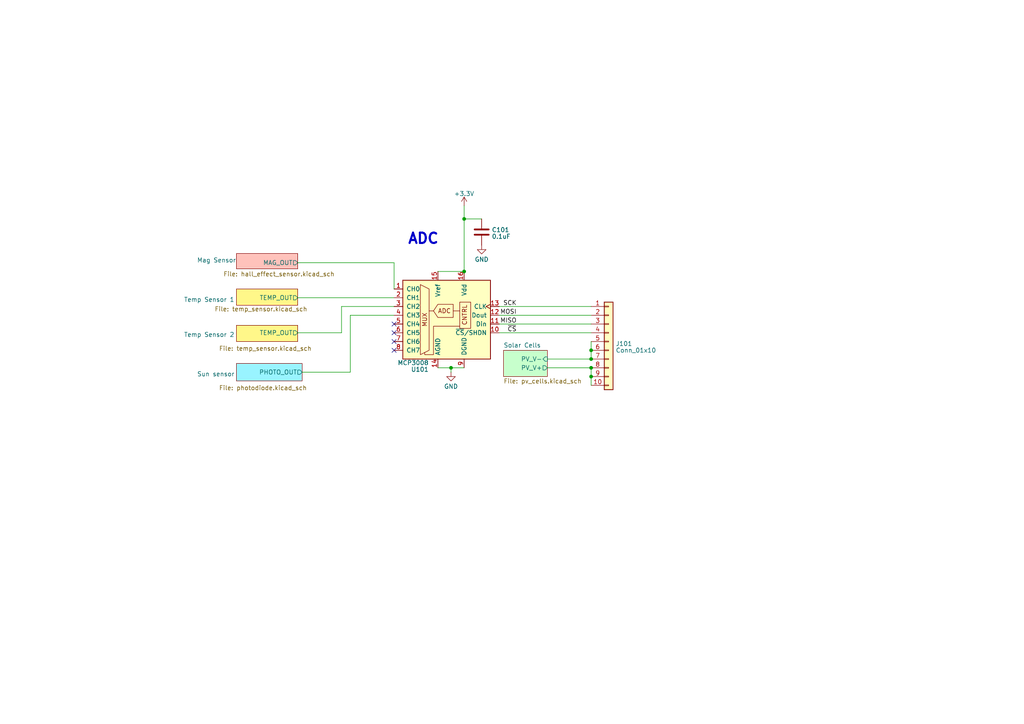
<source format=kicad_sch>
(kicad_sch (version 20230121) (generator eeschema)
  (paper "A4")
  (lib_symbols
    (symbol "Analog_ADC:MCP3008" (pin_names (offset 1.016))
      (property "Reference" "U" (at -5.08 13.335 0))
      (property "Value" "MCP3008" (at -5.08 11.43 0))
      (symbol "MCP3008_0_0"
        (text "ADC" (at -0.635 1.27 0) (effects (font (size 1.27 1.27))))
        (text "CNTRL" (at 5.969 -2.921 900) (effects (font (size 1.27 1.27)) (justify left bottom)))
        (text "MUX" (at -6.35 -1.27 900) (effects (font (size 1.27 1.27))))
      )
      (symbol "MCP3008_0_1"
        (polyline (pts (xy -3.81 1.27) (xy -5.08 1.27)))
        (polyline (pts (xy 1.905 1.27) (xy 3.81 1.27)))
        (polyline (pts (xy -7.62 8.89) (xy -7.62 -11.43) (xy -5.08 -10.16) (xy -5.08 7.62) (xy -7.62 8.89)))
        (polyline (pts (xy 3.81 -3.175) (xy -3.81 -3.175) (xy -3.81 -11.43) (xy -6.35 -11.43) (xy -6.35 -10.795)))
        (polyline (pts (xy 1.905 3.175) (xy 1.905 -0.635) (xy -2.54 -0.635) (xy -3.81 1.27) (xy -2.54 3.175) (xy 1.905 3.175)))
        (rectangle (start 3.81 -3.81) (end 6.985 3.81))
        (rectangle (start 12.7 -12.7) (end -12.7 10.16) (stroke (width 0.254)) (fill (type background)))
      )
      (symbol "MCP3008_1_1"
        (pin input line (at -15.24 7.62 0) (length 2.54) (name "CH0") (number "1"))
        (pin input line (at 15.24 -5.08 180) (length 2.54) (name "~{CS}/SHDN") (number "10"))
        (pin input line (at 15.24 -2.54 180) (length 2.54) (name "Din") (number "11"))
        (pin output line (at 15.24 0 180) (length 2.54) (name "Dout") (number "12"))
        (pin input clock (at 15.24 2.54 180) (length 2.54) (name "CLK") (number "13"))
        (pin power_in line (at -2.54 -15.24 90) (length 2.54) (name "AGND") (number "14"))
        (pin power_in line (at -2.54 12.7 270) (length 2.54) (name "Vref") (number "15"))
        (pin power_in line (at 5.08 12.7 270) (length 2.54) (name "Vdd") (number "16"))
        (pin input line (at -15.24 5.08 0) (length 2.54) (name "CH1") (number "2"))
        (pin input line (at -15.24 2.54 0) (length 2.54) (name "CH2") (number "3"))
        (pin input line (at -15.24 0 0) (length 2.54) (name "CH3") (number "4"))
        (pin input line (at -15.24 -2.54 0) (length 2.54) (name "CH4") (number "5"))
        (pin input line (at -15.24 -5.08 0) (length 2.54) (name "CH5") (number "6"))
        (pin input line (at -15.24 -7.62 0) (length 2.54) (name "CH6") (number "7"))
        (pin input line (at -15.24 -10.16 0) (length 2.54) (name "CH7") (number "8"))
        (pin power_in line (at 5.08 -15.24 90) (length 2.54) (name "DGND") (number "9"))
      )
    )
    (symbol "Connector_Generic:Conn_01x10" (pin_names (offset 1.016) hide)
      (property "Reference" "J" (at 0 12.7 0))
      (property "Value" "Conn_01x10" (at 0 -15.24 0))
      (symbol "Conn_01x10_1_1"
        (rectangle (start -1.27 -12.573) (end 0 -12.827) (stroke (width 0.1524)))
        (rectangle (start -1.27 -10.033) (end 0 -10.287) (stroke (width 0.1524)))
        (rectangle (start -1.27 -7.493) (end 0 -7.747) (stroke (width 0.1524)))
        (rectangle (start -1.27 -4.953) (end 0 -5.207) (stroke (width 0.1524)))
        (rectangle (start -1.27 -2.413) (end 0 -2.667) (stroke (width 0.1524)))
        (rectangle (start -1.27 0.127) (end 0 -0.127) (stroke (width 0.1524)))
        (rectangle (start -1.27 2.667) (end 0 2.413) (stroke (width 0.1524)))
        (rectangle (start -1.27 5.207) (end 0 4.953) (stroke (width 0.1524)))
        (rectangle (start -1.27 7.747) (end 0 7.493) (stroke (width 0.1524)))
        (rectangle (start -1.27 10.287) (end 0 10.033) (stroke (width 0.1524)))
        (rectangle (start -1.27 11.43) (end 1.27 -13.97) (stroke (width 0.254)) (fill (type background)))
        (pin passive line (at -5.08 10.16 0) (length 3.81) (name "Pin_1") (number "1"))
        (pin passive line (at -5.08 -12.7 0) (length 3.81) (name "Pin_10") (number "10"))
        (pin passive line (at -5.08 7.62 0) (length 3.81) (name "Pin_2") (number "2"))
        (pin passive line (at -5.08 5.08 0) (length 3.81) (name "Pin_3") (number "3"))
        (pin passive line (at -5.08 2.54 0) (length 3.81) (name "Pin_4") (number "4"))
        (pin passive line (at -5.08 0 0) (length 3.81) (name "Pin_5") (number "5"))
        (pin passive line (at -5.08 -2.54 0) (length 3.81) (name "Pin_6") (number "6"))
        (pin passive line (at -5.08 -5.08 0) (length 3.81) (name "Pin_7") (number "7"))
        (pin passive line (at -5.08 -7.62 0) (length 3.81) (name "Pin_8") (number "8"))
        (pin passive line (at -5.08 -10.16 0) (length 3.81) (name "Pin_9") (number "9"))
      )
    )
    (symbol "Device:C" (pin_numbers hide) (pin_names (offset 0.254))
      (property "Reference" "C" (at 0.635 2.54 0))
      (property "Value" "C" (at 0.635 -2.54 0))
      (symbol "C_0_1"
        (polyline (pts (xy -2.032 -0.762) (xy 2.032 -0.762)) (stroke (width 0.508)))
        (polyline (pts (xy -2.032 0.762) (xy 2.032 0.762)) (stroke (width 0.508)))
      )
      (symbol "C_1_1"
        (pin passive line (at 0 3.81 270) (length 2.794) (name "~") (number "1"))
        (pin passive line (at 0 -3.81 90) (length 2.794) (name "~") (number "2"))
      )
    )
    (symbol "power:+3.3V" (power) (pin_names (offset 0))
      (property "Value" "+3.3V" (at 0 3.556 0))
      (symbol "+3.3V_0_1"
        (polyline (pts (xy -0.762 1.27) (xy 0 2.54)))
        (polyline (pts (xy 0 0) (xy 0 2.54)))
        (polyline (pts (xy 0 2.54) (xy 0.762 1.27)))
      )
      (symbol "+3.3V_1_1"
        (pin power_in line (at 0 0 90) (length 0) hide (name "+3.3V") (number "1"))
      )
    )
    (symbol "power:GND" (power) (pin_names (offset 0))
      (property "Value" "GND" (at 0 -3.81 0))
      (symbol "GND_0_1"
        (polyline (pts (xy 0 0) (xy 0 -1.27) (xy 1.27 -1.27) (xy 0 -2.54) (xy -1.27 -1.27) (xy 0 -1.27)))
      )
      (symbol "GND_1_1"
        (pin power_in line (at 0 0 270) (length 0) hide (name "GND") (number "1"))
      )
    )
  )
  (junction (at 171.45 104.14))
  (junction (at 134.62 78.74))
  (junction (at 171.45 106.68))
  (junction (at 130.81 106.68))
  (junction (at 171.45 109.22))
  (junction (at 171.45 101.6))
  (junction (at 134.62 63.5))
  (no_connect (at 114.3 101.6))
  (no_connect (at 114.3 96.52))
  (no_connect (at 114.3 99.06))
  (no_connect (at 114.3 93.98))
  (wire (pts (xy 171.45 106.68) (xy 171.45 109.22)))
  (wire (pts (xy 144.78 96.52) (xy 171.45 96.52)))
  (wire (pts (xy 114.3 91.44) (xy 101.6 91.44)))
  (wire (pts (xy 86.36 86.36) (xy 114.3 86.36)))
  (wire (pts (xy 144.78 88.9) (xy 171.45 88.9)))
  (wire (pts (xy 158.75 104.14) (xy 171.45 104.14)))
  (wire (pts (xy 130.81 106.68) (xy 134.62 106.68)))
  (wire (pts (xy 114.3 76.2) (xy 114.3 83.82)))
  (wire (pts (xy 134.62 59.69) (xy 134.62 63.5)))
  (wire (pts (xy 86.36 96.52) (xy 99.06 96.52)))
  (wire (pts (xy 171.45 109.22) (xy 171.45 111.76)))
  (wire (pts (xy 158.75 106.68) (xy 171.45 106.68)))
  (wire (pts (xy 86.36 76.2) (xy 114.3 76.2)))
  (wire (pts (xy 99.06 96.52) (xy 99.06 88.9)))
  (wire (pts (xy 134.62 63.5) (xy 139.7 63.5)))
  (wire (pts (xy 144.78 93.98) (xy 171.45 93.98)))
  (wire (pts (xy 171.45 99.06) (xy 171.45 101.6)))
  (wire (pts (xy 171.45 101.6) (xy 171.45 104.14)))
  (wire (pts (xy 101.6 107.95) (xy 87.63 107.95)))
  (wire (pts (xy 144.78 91.44) (xy 171.45 91.44)))
  (wire (pts (xy 127 78.74) (xy 134.62 78.74)))
  (wire (pts (xy 130.81 106.68) (xy 127 106.68)))
  (wire (pts (xy 99.06 88.9) (xy 114.3 88.9)))
  (wire (pts (xy 134.62 63.5) (xy 134.62 78.74)))
  (wire (pts (xy 101.6 91.44) (xy 101.6 107.95)))
  (wire (pts (xy 130.81 107.95) (xy 130.81 106.68)))
  (text "ADC\n" (at 118.11 71.12 0) (effects (font (size 3 3) (thickness 0.6) bold) (justify left bottom)))
  (label "MOSI" (at 149.86 91.44 180))
  (label "MISO" (at 149.86 93.98 180))
  (label "SCK" (at 149.86 88.9 180))
  (label "~{CS}" (at 149.86 96.52 180))
  (symbol (lib_id "power:+3.3V") (at 134.62 59.69 0) (unit 1)
    (property "Reference" "#PWR0102" (effects hide))
    (property "Value" "+3.3V" (at 134.62 56.1881 0))
  )
  (symbol (lib_id "Analog_ADC:MCP3008") (at 129.54 91.44 0) (unit 1)
    (property "Reference" "U101" (at 124.3583 107.1499 0) (effects (justify right)))
    (property "Value" "MCP3008" (at 124.3583 105.2289 0) (effects (justify right)))
    (property "Footprint" "Package_SO:SOIC-16_3.9x9.9mm_P1.27mm" (effects hide))
    (property "Datasheet" "http://ww1.microchip.com/downloads/en/DeviceDoc/21295d.pdf" (effects hide))
  )
  (symbol (lib_id "Device:C") (at 139.7 67.31 0) (unit 1)
    (property "Reference" "C101" (at 142.621 66.6663 0) (effects (justify left)))
    (property "Value" "0.1uF" (at 142.621 68.5873 0) (effects (justify left)))
    (property "Footprint" "Capacitor_SMD:C_0603_1608Metric_Pad1.08x0.95mm_HandSolder" (effects hide))
  )
  (symbol (lib_id "power:GND") (at 139.7 71.12 0) (unit 1)
    (property "Reference" "#PWR0103" (effects hide))
    (property "Value" "GND" (at 139.7 75.2555 0))
  )
  (symbol (lib_id "power:GND") (at 130.81 107.95 0) (unit 1)
    (property "Reference" "#PWR0101" (effects hide))
    (property "Value" "GND" (at 130.81 112.0855 0))
  )
  (symbol (lib_id "Connector_Generic:Conn_01x10") (at 176.53 99.06 0) (unit 1)
    (property "Reference" "J101" (at 178.562 99.6863 0) (effects (justify left)))
    (property "Value" "Conn_01x10" (at 178.562 101.6073 0) (effects (justify left)))
    (property "Footprint" "Connector_PinSocket_1.00mm:PinSocket_1x10_P1.00mm_Vertical" (effects hide))
  )
  (sheet (at 68.58 83.82) (size 17.78 4.699) (stroke (width 0.1524)) (fill (color 255 247 137 1.0000))
    (property "Sheetname" "Temp Sensor 1" (at 53.34 87.63 0) (effects (justify left bottom)))
    (property "Sheetfile" "temp_sensor.kicad_sch" (at 62.23 88.9 0) (effects (justify left top)))
    (pin "TEMP_OUT" output (at 86.36 86.36 0))
  )
  (sheet (at 68.58 73.533) (size 17.78 4.445) (stroke (width 0.1524)) (fill (color 255 194 187 1.0000))
    (property "Sheetname" "Mag Sensor" (at 57.15 76.2 0) (effects (justify left bottom)))
    (property "Sheetfile" "hall_effect_sensor.kicad_sch" (at 64.77 78.74 0) (effects (justify left top)))
    (pin "MAG_OUT" output (at 86.36 76.2 0))
  )
  (sheet (at 146.05 101.6) (size 12.7 7.62) (stroke (width 0.1524)) (fill (color 199 255 204 1.0000))
    (property "Sheetname" "Solar Cells" (at 146.05 100.8884 0) (effects (justify left bottom)))
    (property "Sheetfile" "pv_cells.kicad_sch" (at 146.05 109.8046 0) (effects (justify left top)))
    (pin "PV_V+" output (at 158.75 106.68 0))
    (pin "PV_V-" input (at 158.75 104.14 0))
  )
  (sheet (at 68.58 94.361) (size 17.78 4.699) (stroke (width 0.1524)) (fill (color 255 247 137 1.0000))
    (property "Sheetname" "Temp Sensor 2" (at 53.34 97.79 0) (effects (justify left bottom)))
    (property "Sheetfile" "temp_sensor.kicad_sch" (at 63.5 100.33 0) (effects (justify left top)))
    (pin "TEMP_OUT" output (at 86.36 96.52 0))
  )
  (sheet (at 68.58 105.41) (size 19.05 5.08) (stroke (width 0.1524)) (fill (color 153 244 255 1.0000))
    (property "Sheetname" "Sun sensor" (at 57.15 109.22 0) (effects (justify left bottom)))
    (property "Sheetfile" "photodiode.kicad_sch" (at 63.5 111.76 0) (effects (justify left top)))
    (pin "PHOTO_OUT" output (at 87.63 107.95 0))
  )
)
</source>
